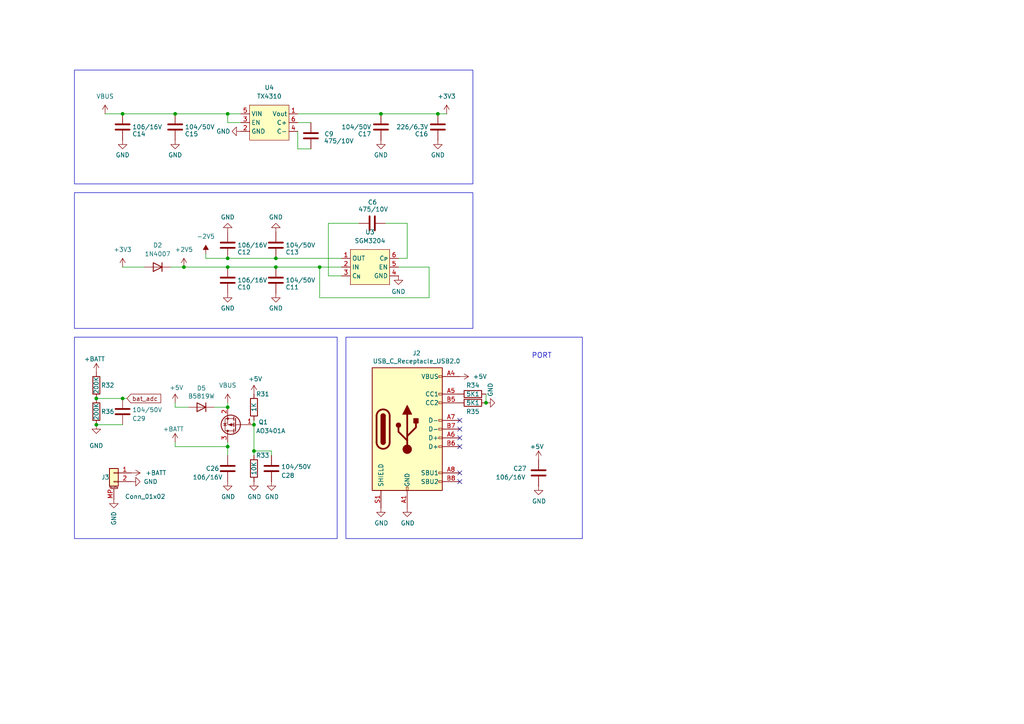
<source format=kicad_sch>
(kicad_sch (version 20231120) (generator "eeschema") (generator_version "8.0")
  (paper "A4")
  (lib_symbols
    (symbol "Connector:USB_C_Receptacle_USB2.0" (pin_names (offset 1.016))
      (property "Reference" "J" (at -10.16 19.05 0))
      (property "Value" "USB_C_Receptacle_USB2.0" (at 19.05 19.05 0))
      (symbol "USB_C_Receptacle_USB2.0_0_0"
        (rectangle (start -0.254 -17.78) (end 0.254 -16.764))
        (rectangle (start 10.16 -14.986) (end 9.144 -15.494))
        (rectangle (start 10.16 -12.446) (end 9.144 -12.954))
        (rectangle (start 10.16 -4.826) (end 9.144 -5.334))
        (rectangle (start 10.16 -2.286) (end 9.144 -2.794))
        (rectangle (start 10.16 0.254) (end 9.144 -0.254))
        (rectangle (start 10.16 2.794) (end 9.144 2.286))
        (rectangle (start 10.16 7.874) (end 9.144 7.366))
        (rectangle (start 10.16 10.414) (end 9.144 9.906))
        (rectangle (start 10.16 15.494) (end 9.144 14.986))
      )
      (symbol "USB_C_Receptacle_USB2.0_0_1"
        (rectangle (start -10.16 17.78) (end 10.16 -17.78) (stroke (width 0.254)) (fill (type background)))
        (arc (start -8.89 -3.81) (mid -6.985 -5.7066) (end -5.08 -3.81) (stroke (width 0.508)))
        (arc (start -7.62 -3.81) (mid -6.985 -4.4422) (end -6.35 -3.81) (stroke (width 0.254)))
        (arc (start -7.62 -3.81) (mid -6.985 -4.4422) (end -6.35 -3.81) (stroke (width 0.254)) (fill (type outline)))
        (rectangle (start -7.62 -3.81) (end -6.35 3.81) (stroke (width 0.254)) (fill (type outline)))
        (arc (start -6.35 3.81) (mid -6.985 4.4422) (end -7.62 3.81) (stroke (width 0.254)))
        (arc (start -6.35 3.81) (mid -6.985 4.4422) (end -7.62 3.81) (stroke (width 0.254)) (fill (type outline)))
        (arc (start -5.08 3.81) (mid -6.985 5.7066) (end -8.89 3.81) (stroke (width 0.508)))
        (circle (center -2.54 1.143) (radius 0.635) (stroke (width 0.254)) (fill (type outline)))
        (circle (center 0 -5.842) (radius 1.27) (fill (type outline)))
        (polyline (pts (xy -8.89 -3.81) (xy -8.89 3.81)) (stroke (width 0.508)))
        (polyline (pts (xy -5.08 3.81) (xy -5.08 -3.81)) (stroke (width 0.508)))
        (polyline (pts (xy 0 -5.842) (xy 0 4.318)) (stroke (width 0.508)))
        (polyline (pts (xy 0 -3.302) (xy -2.54 -0.762) (xy -2.54 0.508)) (stroke (width 0.508)))
        (polyline (pts (xy 0 -2.032) (xy 2.54 0.508) (xy 2.54 1.778)) (stroke (width 0.508)))
        (polyline (pts (xy -1.27 4.318) (xy 0 6.858) (xy 1.27 4.318) (xy -1.27 4.318)) (stroke (width 0.254)) (fill (type outline)))
        (rectangle (start 1.905 1.778) (end 3.175 3.048) (stroke (width 0.254)) (fill (type outline)))
      )
      (symbol "USB_C_Receptacle_USB2.0_1_1"
        (pin passive line (at 0 -22.86 90) (length 5.08) (name "GND") (number "A1"))
        (pin passive line (at 0 -22.86 90) (length 5.08) hide (name "GND") (number "A12"))
        (pin passive line (at 15.24 15.24 180) (length 5.08) (name "VBUS") (number "A4"))
        (pin bidirectional line (at 15.24 10.16 180) (length 5.08) (name "CC1") (number "A5"))
        (pin bidirectional line (at 15.24 -2.54 180) (length 5.08) (name "D+") (number "A6"))
        (pin bidirectional line (at 15.24 2.54 180) (length 5.08) (name "D-") (number "A7"))
        (pin bidirectional line (at 15.24 -12.7 180) (length 5.08) (name "SBU1") (number "A8"))
        (pin passive line (at 15.24 15.24 180) (length 5.08) hide (name "VBUS") (number "A9"))
        (pin passive line (at 0 -22.86 90) (length 5.08) hide (name "GND") (number "B1"))
        (pin passive line (at 0 -22.86 90) (length 5.08) hide (name "GND") (number "B12"))
        (pin passive line (at 15.24 15.24 180) (length 5.08) hide (name "VBUS") (number "B4"))
        (pin bidirectional line (at 15.24 7.62 180) (length 5.08) (name "CC2") (number "B5"))
        (pin bidirectional line (at 15.24 -5.08 180) (length 5.08) (name "D+") (number "B6"))
        (pin bidirectional line (at 15.24 0 180) (length 5.08) (name "D-") (number "B7"))
        (pin bidirectional line (at 15.24 -15.24 180) (length 5.08) (name "SBU2") (number "B8"))
        (pin passive line (at 15.24 15.24 180) (length 5.08) hide (name "VBUS") (number "B9"))
        (pin passive line (at -7.62 -22.86 90) (length 5.08) (name "SHIELD") (number "S1"))
      )
    )
    (symbol "Connector_Generic_MountingPin:Conn_01x02_MountingPin" (pin_names (offset 1.016) hide)
      (property "Reference" "J" (at 0 2.54 0))
      (property "Value" "Conn_01x02_MountingPin" (at 1.27 -5.08 0))
      (symbol "Conn_01x02_MountingPin_1_1"
        (rectangle (start -1.27 -2.413) (end 0 -2.667) (stroke (width 0.1524)))
        (rectangle (start -1.27 0.127) (end 0 -0.127) (stroke (width 0.1524)))
        (rectangle (start -1.27 1.27) (end 1.27 -3.81) (stroke (width 0.254)) (fill (type background)))
        (polyline (pts (xy -1.016 -4.572) (xy 1.016 -4.572)) (stroke (width 0.1524)))
        (text "Mounting" (at 0 -4.191 0) (effects (font (size 0.381 0.381))))
        (pin passive line (at -5.08 0 0) (length 3.81) (name "Pin_1") (number "1"))
        (pin passive line (at -5.08 -2.54 0) (length 3.81) (name "Pin_2") (number "2"))
        (pin passive line (at 0 -7.62 90) (length 3.048) (name "MountPin") (number "MP"))
      )
    )
    (symbol "Device:C" (pin_numbers hide) (pin_names (offset 0.254))
      (property "Reference" "C" (at 0.635 2.54 0))
      (property "Value" "C" (at 0.635 -2.54 0))
      (symbol "C_0_1"
        (polyline (pts (xy -2.032 -0.762) (xy 2.032 -0.762)) (stroke (width 0.508)))
        (polyline (pts (xy -2.032 0.762) (xy 2.032 0.762)) (stroke (width 0.508)))
      )
      (symbol "C_1_1"
        (pin passive line (at 0 3.81 270) (length 2.794) (name "~") (number "1"))
        (pin passive line (at 0 -3.81 90) (length 2.794) (name "~") (number "2"))
      )
    )
    (symbol "Device:D" (pin_numbers hide) (pin_names (offset 1.016) hide)
      (property "Reference" "D" (at 0 2.54 0))
      (property "Value" "D" (at 0 -2.54 0))
      (symbol "D_0_1"
        (polyline (pts (xy -1.27 1.27) (xy -1.27 -1.27)) (stroke (width 0.254)))
        (polyline (pts (xy 1.27 0) (xy -1.27 0)))
        (polyline (pts (xy 1.27 1.27) (xy 1.27 -1.27) (xy -1.27 0) (xy 1.27 1.27)) (stroke (width 0.254)))
      )
      (symbol "D_1_1"
        (pin passive line (at -3.81 0 0) (length 2.54) (name "K") (number "1"))
        (pin passive line (at 3.81 0 180) (length 2.54) (name "A") (number "2"))
      )
    )
    (symbol "Device:R" (pin_numbers hide) (pin_names (offset 0))
      (property "Reference" "R" (at 2.032 0 90))
      (property "Value" "R" (at 0 0 90))
      (symbol "R_0_1"
        (rectangle (start -1.016 -2.54) (end 1.016 2.54) (stroke (width 0.254)))
      )
      (symbol "R_1_1"
        (pin passive line (at 0 3.81 270) (length 1.27) (name "~") (number "1"))
        (pin passive line (at 0 -3.81 90) (length 1.27) (name "~") (number "2"))
      )
    )
    (symbol "Diode:1N4007" (pin_numbers hide) (pin_names hide)
      (property "Reference" "D" (at 0 2.54 0))
      (property "Value" "1N4007" (at 0 -2.54 0))
      (symbol "1N4007_0_1"
        (polyline (pts (xy -1.27 1.27) (xy -1.27 -1.27)) (stroke (width 0.254)))
        (polyline (pts (xy 1.27 0) (xy -1.27 0)))
        (polyline (pts (xy 1.27 1.27) (xy 1.27 -1.27) (xy -1.27 0) (xy 1.27 1.27)) (stroke (width 0.254)))
      )
      (symbol "1N4007_1_1"
        (pin passive line (at -3.81 0 0) (length 2.54) (name "K") (number "1"))
        (pin passive line (at 3.81 0 180) (length 2.54) (name "A") (number "2"))
      )
    )
    (symbol "NewLib:SGM3110"
      (property "Reference" "U" (at 2.54 3.81 0))
      (property "Value" "SGM3110" (at 10.16 3.81 0))
      (symbol "SGM3110_1_1"
        (rectangle (start 2.54 2.54) (end 13.97 -7.62) (fill (type background)))
        (pin passive line (at 16.51 0 180) (length 2.54) (name "Vout") (number "1"))
        (pin passive line (at 0 -5.08 0) (length 2.54) (name "GND") (number "2"))
        (pin passive line (at 0 -2.54 0) (length 2.54) (name "EN") (number "3"))
        (pin passive line (at 16.51 -5.08 180) (length 2.54) (name "C-") (number "4"))
        (pin passive line (at 0 0 0) (length 2.54) (name "VIN") (number "5"))
        (pin passive line (at 16.51 -2.54 180) (length 2.54) (name "C+") (number "6"))
      )
    )
    (symbol "NewLib:SGM3204"
      (property "Reference" "U" (at 7.62 6.35 0))
      (property "Value" "SGM3204" (at 6.35 3.81 0))
      (symbol "SGM3204_0_1"
        (rectangle (start 2.54 -7.62) (end 13.97 2.54) (stroke (width 0.1524)) (fill (type background)))
      )
      (symbol "SGM3204_1_1"
        (pin passive line (at 0 0 0) (length 2.54) (name "OUT") (number "1"))
        (pin passive line (at 0 -2.54 0) (length 2.54) (name "IN") (number "2"))
        (pin passive line (at 0 -5.08 0) (length 2.54) (name "C_{N}") (number "3"))
        (pin passive line (at 16.51 -5.08 180) (length 2.54) (name "GND") (number "4"))
        (pin passive line (at 16.51 -2.54 180) (length 2.54) (name "EN") (number "5"))
        (pin passive line (at 16.51 0 180) (length 2.54) (name "C_{P}") (number "6"))
      )
    )
    (symbol "Transistor_FET:AO3401A" (pin_names hide)
      (property "Reference" "Q" (at 5.08 1.905 0))
      (property "Value" "AO3401A" (at 5.08 0 0))
      (symbol "AO3401A_0_1"
        (polyline (pts (xy 0.254 0) (xy -2.54 0)))
        (polyline (pts (xy 0.254 1.905) (xy 0.254 -1.905)) (stroke (width 0.254)))
        (polyline (pts (xy 0.762 -1.27) (xy 0.762 -2.286)) (stroke (width 0.254)))
        (polyline (pts (xy 0.762 0.508) (xy 0.762 -0.508)) (stroke (width 0.254)))
        (polyline (pts (xy 0.762 2.286) (xy 0.762 1.27)) (stroke (width 0.254)))
        (polyline (pts (xy 2.54 2.54) (xy 2.54 1.778)))
        (polyline (pts (xy 2.54 -2.54) (xy 2.54 0) (xy 0.762 0)))
        (polyline (pts (xy 0.762 1.778) (xy 3.302 1.778) (xy 3.302 -1.778) (xy 0.762 -1.778)))
        (polyline (pts (xy 2.286 0) (xy 1.27 0.381) (xy 1.27 -0.381) (xy 2.286 0)) (fill (type outline)))
        (polyline (pts (xy 2.794 -0.508) (xy 2.921 -0.381) (xy 3.683 -0.381) (xy 3.81 -0.254)))
        (polyline (pts (xy 3.302 -0.381) (xy 2.921 0.254) (xy 3.683 0.254) (xy 3.302 -0.381)))
        (circle (center 1.651 0) (radius 2.794) (stroke (width 0.254)))
        (circle (center 2.54 -1.778) (radius 0.254) (fill (type outline)))
        (circle (center 2.54 1.778) (radius 0.254) (fill (type outline)))
      )
      (symbol "AO3401A_1_1"
        (pin input line (at -5.08 0 0) (length 2.54) (name "G") (number "1"))
        (pin passive line (at 2.54 -5.08 90) (length 2.54) (name "S") (number "2"))
        (pin passive line (at 2.54 5.08 270) (length 2.54) (name "D") (number "3"))
      )
    )
    (symbol "power:+2V5" (power) (pin_numbers hide) (pin_names (offset 0) hide)
      (property "Value" "+2V5" (at 0 3.556 0))
      (symbol "+2V5_0_1"
        (polyline (pts (xy -0.762 1.27) (xy 0 2.54)))
        (polyline (pts (xy 0 0) (xy 0 2.54)))
        (polyline (pts (xy 0 2.54) (xy 0.762 1.27)))
      )
      (symbol "+2V5_1_1"
        (pin power_in line (at 0 0 90) (length 0) (name "~") (number "1"))
      )
    )
    (symbol "power:+3V3" (power) (pin_numbers hide) (pin_names (offset 0) hide)
      (property "Value" "+3V3" (at 0 3.556 0))
      (symbol "+3V3_0_1"
        (polyline (pts (xy -0.762 1.27) (xy 0 2.54)))
        (polyline (pts (xy 0 0) (xy 0 2.54)))
        (polyline (pts (xy 0 2.54) (xy 0.762 1.27)))
      )
      (symbol "+3V3_1_1"
        (pin power_in line (at 0 0 90) (length 0) (name "~") (number "1"))
      )
    )
    (symbol "power:+5V" (power) (pin_names (offset 0))
      (property "Value" "+5V" (at 0 3.556 0))
      (symbol "+5V_0_1"
        (polyline (pts (xy -0.762 1.27) (xy 0 2.54)))
        (polyline (pts (xy 0 0) (xy 0 2.54)))
        (polyline (pts (xy 0 2.54) (xy 0.762 1.27)))
      )
      (symbol "+5V_1_1"
        (pin power_in line (at 0 0 90) (length 0) hide (name "+5V") (number "1"))
      )
    )
    (symbol "power:+BATT" (power) (pin_names (offset 0))
      (property "Value" "+BATT" (at 0 3.556 0))
      (symbol "+BATT_0_1"
        (polyline (pts (xy -0.762 1.27) (xy 0 2.54)))
        (polyline (pts (xy 0 0) (xy 0 2.54)))
        (polyline (pts (xy 0 2.54) (xy 0.762 1.27)))
      )
      (symbol "+BATT_1_1"
        (pin power_in line (at 0 0 90) (length 0) hide (name "+BATT") (number "1"))
      )
    )
    (symbol "power:-2V5" (power) (pin_numbers hide) (pin_names (offset 0) hide)
      (property "Value" "-2V5" (at 0 3.556 0))
      (symbol "-2V5_0_0"
        (pin power_in line (at 0 0 90) (length 0) (name "~") (number "1"))
      )
      (symbol "-2V5_0_1"
        (polyline (pts (xy 0 0) (xy 0 1.27) (xy 0.762 1.27) (xy 0 2.54) (xy -0.762 1.27) (xy 0 1.27)) (fill (type outline)))
      )
    )
    (symbol "power:GND" (power) (pin_numbers hide) (pin_names (offset 0) hide)
      (property "Value" "GND" (at 0 -3.81 0))
      (symbol "GND_0_1"
        (polyline (pts (xy 0 0) (xy 0 -1.27) (xy 1.27 -1.27) (xy 0 -2.54) (xy -1.27 -1.27) (xy 0 -1.27)))
      )
      (symbol "GND_1_1"
        (pin power_in line (at 0 0 270) (length 0) (name "~") (number "1"))
      )
    )
    (symbol "power:VBUS" (power) (pin_numbers hide) (pin_names (offset 0) hide)
      (property "Value" "VBUS" (at 0 3.556 0))
      (symbol "VBUS_0_1"
        (polyline (pts (xy -0.762 1.27) (xy 0 2.54)))
        (polyline (pts (xy 0 0) (xy 0 2.54)))
        (polyline (pts (xy 0 2.54) (xy 0.762 1.27)))
      )
      (symbol "VBUS_1_1"
        (pin power_in line (at 0 0 90) (length 0) (name "~") (number "1"))
      )
    )
  )
  (junction (at 66.04 77.47))
  (junction (at 35.56 115.57))
  (junction (at 110.49 33.02))
  (junction (at 50.8 33.02))
  (junction (at 66.04 118.11))
  (junction (at 73.66 123.19))
  (junction (at 80.01 74.93))
  (junction (at 66.04 129.54))
  (junction (at 92.71 77.47))
  (junction (at 27.94 123.19))
  (junction (at 140.97 116.84))
  (junction (at 53.34 77.47))
  (junction (at 27.94 115.57))
  (junction (at 127 33.02))
  (junction (at 80.01 77.47))
  (junction (at 66.04 33.02))
  (junction (at 73.66 130.81))
  (junction (at 35.56 33.02))
  (junction (at 66.04 74.93))
  (no_connect (at 133.35 139.7))
  (no_connect (at 133.35 121.92))
  (no_connect (at 133.35 127))
  (no_connect (at 133.35 129.54))
  (no_connect (at 133.35 137.16))
  (no_connect (at 133.35 124.46))
  (wire (pts (xy 69.85 35.56) (xy 66.04 35.56)))
  (wire (pts (xy 27.94 123.19) (xy 35.56 123.19)))
  (wire (pts (xy 95.25 80.01) (xy 99.06 80.01)))
  (wire (pts (xy 30.48 33.02) (xy 35.56 33.02)))
  (wire (pts (xy 124.46 86.36) (xy 92.71 86.36)))
  (wire (pts (xy 92.71 77.47) (xy 99.06 77.47)))
  (wire (pts (xy 50.8 116.84) (xy 50.8 118.11)))
  (wire (pts (xy 95.25 64.77) (xy 95.25 80.01)))
  (wire (pts (xy 115.57 77.47) (xy 124.46 77.47)))
  (wire (pts (xy 35.56 77.47) (xy 41.91 77.47)))
  (wire (pts (xy 50.8 33.02) (xy 66.04 33.02)))
  (wire (pts (xy 35.56 33.02) (xy 50.8 33.02)))
  (wire (pts (xy 86.36 38.1) (xy 86.36 43.18)))
  (wire (pts (xy 66.04 129.54) (xy 66.04 132.08)))
  (wire (pts (xy 53.34 77.47) (xy 66.04 77.47)))
  (wire (pts (xy 62.23 118.11) (xy 66.04 118.11)))
  (wire (pts (xy 78.74 132.08) (xy 78.74 130.81)))
  (wire (pts (xy 80.01 77.47) (xy 92.71 77.47)))
  (wire (pts (xy 59.69 73.66) (xy 59.69 74.93)))
  (wire (pts (xy 110.49 33.02) (xy 127 33.02)))
  (wire (pts (xy 50.8 128.27) (xy 50.8 129.54)))
  (wire (pts (xy 66.04 128.27) (xy 66.04 129.54)))
  (wire (pts (xy 35.56 115.57) (xy 36.83 115.57)))
  (wire (pts (xy 27.94 115.57) (xy 35.56 115.57)))
  (wire (pts (xy 73.66 121.92) (xy 73.66 123.19)))
  (wire (pts (xy 92.71 86.36) (xy 92.71 77.47)))
  (wire (pts (xy 140.97 116.84) (xy 140.97 114.3)))
  (wire (pts (xy 66.04 33.02) (xy 69.85 33.02)))
  (wire (pts (xy 118.11 74.93) (xy 115.57 74.93)))
  (wire (pts (xy 49.53 77.47) (xy 53.34 77.47)))
  (wire (pts (xy 127 33.02) (xy 129.54 33.02)))
  (wire (pts (xy 59.69 74.93) (xy 66.04 74.93)))
  (wire (pts (xy 80.01 74.93) (xy 99.06 74.93)))
  (wire (pts (xy 50.8 129.54) (xy 66.04 129.54)))
  (wire (pts (xy 124.46 77.47) (xy 124.46 86.36)))
  (wire (pts (xy 50.8 118.11) (xy 54.61 118.11)))
  (wire (pts (xy 73.66 130.81) (xy 73.66 123.19)))
  (wire (pts (xy 73.66 132.08) (xy 73.66 130.81)))
  (wire (pts (xy 111.76 64.77) (xy 118.11 64.77)))
  (wire (pts (xy 66.04 35.56) (xy 66.04 33.02)))
  (wire (pts (xy 78.74 130.81) (xy 73.66 130.81)))
  (wire (pts (xy 86.36 43.18) (xy 90.17 43.18)))
  (wire (pts (xy 86.36 35.56) (xy 90.17 35.56)))
  (wire (pts (xy 66.04 77.47) (xy 80.01 77.47)))
  (wire (pts (xy 66.04 74.93) (xy 80.01 74.93)))
  (wire (pts (xy 66.04 118.11) (xy 66.04 116.84)))
  (wire (pts (xy 86.36 33.02) (xy 110.49 33.02)))
  (wire (pts (xy 104.14 64.77) (xy 95.25 64.77)))
  (wire (pts (xy 118.11 64.77) (xy 118.11 74.93)))
  (rectangle (start 21.59 20.32) (end 137.16 53.34))
  (rectangle (start 100.33 97.79) (end 168.91 156.21))
  (rectangle (start 21.59 55.88) (end 137.16 95.25))
  (rectangle (start 21.59 97.79) (end 97.79 156.21))
  (text "PORT" (at 154.178 104.14 0) (effects (font (size 1.5 1.5)) (justify left bottom)))
  (global_label "bat_adc" (shape input) (at 36.83 115.57 0) (property "Intersheetrefs" "${INTERSHEET_REFS}" (effects (hide yes))))
  (symbol (lib_id "Device:C") (at 66.04 71.12 0) (unit 1)
    (property "Reference" "C12" (at 68.834 73.152 0) (effects (justify left)))
    (property "Value" "106/16V" (at 68.834 71.12 0) (effects (justify left)))
    (property "Footprint" "Capacitor_SMD:C_0603_1608Metric" (effects (hide yes)))
    (property "Description" "Unpolarized capacitor" (effects (hide yes)))
  )
  (symbol (lib_id "Device:C") (at 35.56 119.38 0) (unit 1)
    (property "Reference" "C29" (at 38.354 121.412 0) (effects (justify left)))
    (property "Value" "104/50V" (at 38.354 118.872 0) (effects (justify left)))
    (property "Footprint" "Capacitor_SMD:C_0402_1005Metric" (effects (hide yes)))
  )
  (symbol (lib_id "Device:C") (at 127 36.83 0) (mirror y) (unit 1)
    (property "Reference" "C16" (at 124.206 38.862 0) (effects (justify left)))
    (property "Value" "226/6.3V" (at 124.206 36.83 0) (effects (justify left)))
    (property "Footprint" "Capacitor_SMD:C_0603_1608Metric" (effects (hide yes)))
    (property "Description" "Unpolarized capacitor" (effects (hide yes)))
  )
  (symbol (lib_id "Device:R") (at 27.94 111.76 180) (unit 1)
    (property "Reference" "R32" (at 31.242 111.76 0))
    (property "Value" "200K" (at 27.94 111.76 90))
    (property "Footprint" "Resistor_SMD:R_0402_1005Metric" (effects (hide yes)))
  )
  (symbol (lib_id "power:+BATT") (at 38.1 137.16 270) (mirror x) (unit 1)
    (property "Reference" "#PWR060" (effects (hide yes)))
    (property "Value" "+BATT" (at 48.26 137.16 90) (effects (justify right)))
  )
  (symbol (lib_id "Device:C") (at 35.56 36.83 0) (unit 1)
    (property "Reference" "C14" (at 38.354 38.862 0) (effects (justify left)))
    (property "Value" "106/16V" (at 38.354 36.83 0) (effects (justify left)))
    (property "Footprint" "Capacitor_SMD:C_0603_1608Metric" (effects (hide yes)))
    (property "Description" "Unpolarized capacitor" (effects (hide yes)))
  )
  (symbol (lib_id "Device:R") (at 73.66 118.11 180) (unit 1)
    (property "Reference" "R31" (at 76.2 114.3 0))
    (property "Value" "1K" (at 73.66 118.11 90))
    (property "Footprint" "Resistor_SMD:R_0402_1005Metric" (effects (hide yes)))
  )
  (symbol (lib_id "Device:R") (at 137.16 116.84 270) (unit 1)
    (property "Reference" "R35" (at 137.16 119.38 90))
    (property "Value" "5K1" (at 137.16 116.84 90))
    (property "Footprint" "Resistor_SMD:R_0402_1005Metric" (effects (hide yes)))
  )
  (symbol (lib_id "power:+5V") (at 50.8 116.84 0) (unit 1)
    (property "Reference" "#PWR050" (effects (hide yes)))
    (property "Value" "+5V" (at 51.181 112.4458 0))
  )
  (symbol (lib_id "Device:C") (at 156.21 137.16 0) (unit 1)
    (property "Reference" "C27" (at 148.844 135.89 0) (effects (justify left)))
    (property "Value" "106/16V" (at 143.764 138.43 0) (effects (justify left)))
    (property "Footprint" "Capacitor_SMD:C_0603_1608Metric" (effects (hide yes)))
  )
  (symbol (lib_id "power:GND") (at 27.94 123.19 0) (mirror y) (unit 1)
    (property "Reference" "#PWR070" (effects (hide yes)))
    (property "Value" "GND" (at 29.972 129.286 0) (effects (justify left)))
  )
  (symbol (lib_id "power:+5V") (at 133.35 109.22 270) (unit 1)
    (property "Reference" "#PWR058" (effects (hide yes)))
    (property "Value" "+5V" (at 137.16 109.22 90) (effects (justify left)))
  )
  (symbol (lib_id "power:GND") (at 110.49 40.64 0) (mirror y) (unit 1)
    (property "Reference" "#PWR027" (effects (hide yes)))
    (property "Value" "GND" (at 110.49 44.958 0))
    (property "Description" "Power symbol creates a global label with name \"GND\" , ground" (effects (hide yes)))
  )
  (symbol (lib_id "power:+BATT") (at 50.8 128.27 0) (unit 1)
    (property "Reference" "#PWR055" (effects (hide yes)))
    (property "Value" "+BATT" (at 53.34 124.46 0) (effects (justify right)))
  )
  (symbol (lib_id "Connector_Generic_MountingPin:Conn_01x02_MountingPin") (at 33.02 137.16 0) (mirror y) (unit 1)
    (property "Reference" "J3" (at 31.75 138.43 0) (effects (justify left)))
    (property "Value" "Conn_01x02" (at 48.006 144.018 0) (effects (justify left)))
    (property "Footprint" "Connector_JST:JST_PH_S2B-PH-SM4-TB_1x02-1MP_P2.00mm_Horizontal" (effects (hide yes)))
    (property "Description" "Generic connectable mounting pin connector, single row, 01x02, script generated (kicad-library-utils/schlib/autogen/connector/)" (effects (hide yes)))
  )
  (symbol (lib_id "power:GND") (at 110.49 147.32 0) (unit 1)
    (property "Reference" "#PWR056" (effects (hide yes)))
    (property "Value" "GND" (at 110.617 151.7142 0))
  )
  (symbol (lib_id "power:GND") (at 50.8 40.64 0) (unit 1)
    (property "Reference" "#PWR025" (effects (hide yes)))
    (property "Value" "GND" (at 50.8 44.958 0))
    (property "Description" "Power symbol creates a global label with name \"GND\" , ground" (effects (hide yes)))
  )
  (symbol (lib_id "power:GND") (at 115.57 80.01 0) (unit 1)
    (property "Reference" "#PWR013" (effects (hide yes)))
    (property "Value" "GND" (at 115.57 84.582 0))
    (property "Description" "Power symbol creates a global label with name \"GND\" , ground" (effects (hide yes)))
  )
  (symbol (lib_id "power:GND") (at 66.04 85.09 0) (unit 1)
    (property "Reference" "#PWR018" (effects (hide yes)))
    (property "Value" "GND" (at 66.04 89.408 0))
    (property "Description" "Power symbol creates a global label with name \"GND\" , ground" (effects (hide yes)))
  )
  (symbol (lib_id "power:+5V") (at 73.66 114.3 0) (unit 1)
    (property "Reference" "#PWR053" (effects (hide yes)))
    (property "Value" "+5V" (at 74.041 109.9058 0))
  )
  (symbol (lib_id "power:VBUS") (at 66.04 116.84 0) (unit 1)
    (property "Reference" "#PWR064" (effects (hide yes)))
    (property "Value" "VBUS" (at 66.04 111.76 0))
    (property "Description" "Power symbol creates a global label with name \"VBUS\"" (effects (hide yes)))
  )
  (symbol (lib_id "Device:C") (at 90.17 39.37 0) (mirror y) (unit 1)
    (property "Reference" "C9" (at 96.774 38.862 0) (effects (justify left)))
    (property "Value" "475/10V" (at 102.616 40.894 0) (effects (justify left)))
    (property "Footprint" "Capacitor_SMD:C_0603_1608Metric" (effects (hide yes)))
    (property "Description" "Unpolarized capacitor" (effects (hide yes)))
  )
  (symbol (lib_id "power:GND") (at 80.01 67.31 180) (unit 1)
    (property "Reference" "#PWR020" (effects (hide yes)))
    (property "Value" "GND" (at 80.01 62.992 0))
    (property "Description" "Power symbol creates a global label with name \"GND\" , ground" (effects (hide yes)))
  )
  (symbol (lib_id "Transistor_FET:AO3401A") (at 68.58 123.19 180) (unit 1)
    (property "Reference" "Q1" (at 77.724 122.428 0) (effects (justify left)))
    (property "Value" "AO3401A" (at 82.804 124.968 0) (effects (justify left)))
    (property "Footprint" "Package_TO_SOT_SMD:SOT-23" (effects (hide yes)))
    (property "Datasheet" "http://www.aosmd.com/pdfs/datasheet/AO3401A.pdf" (effects (hide yes)))
  )
  (symbol (lib_id "power:GND") (at 80.01 85.09 0) (unit 1)
    (property "Reference" "#PWR019" (effects (hide yes)))
    (property "Value" "GND" (at 80.01 89.408 0))
    (property "Description" "Power symbol creates a global label with name \"GND\" , ground" (effects (hide yes)))
  )
  (symbol (lib_id "power:+3V3") (at 35.56 77.47 0) (unit 1)
    (property "Reference" "#PWR011" (effects (hide yes)))
    (property "Value" "+3V3" (at 35.56 72.39 0))
    (property "Description" "Power symbol creates a global label with name \"+3V3\"" (effects (hide yes)))
  )
  (symbol (lib_id "Device:D") (at 58.42 118.11 180) (unit 1)
    (property "Reference" "D5" (at 58.42 112.5982 0))
    (property "Value" "B5819W" (at 58.42 114.9096 0))
    (property "Footprint" "Diode_SMD:D_SOD-123" (effects (hide yes)))
  )
  (symbol (lib_id "Device:C") (at 80.01 71.12 0) (unit 1)
    (property "Reference" "C13" (at 82.804 73.152 0) (effects (justify left)))
    (property "Value" "104/50V" (at 82.804 71.12 0) (effects (justify left)))
    (property "Footprint" "Capacitor_SMD:C_0402_1005Metric" (effects (hide yes)))
    (property "Description" "Unpolarized capacitor" (effects (hide yes)))
  )
  (symbol (lib_id "power:+3V3") (at 129.54 33.02 0) (unit 1)
    (property "Reference" "#PWR016" (effects (hide yes)))
    (property "Value" "+3V3" (at 129.54 27.94 0))
    (property "Description" "Power symbol creates a global label with name \"+3V3\"" (effects (hide yes)))
  )
  (symbol (lib_id "power:GND") (at 156.21 140.97 0) (unit 1)
    (property "Reference" "#PWR063" (effects (hide yes)))
    (property "Value" "GND" (at 156.337 145.3642 0))
  )
  (symbol (lib_id "NewLib:SGM3204") (at 99.06 74.93 0) (unit 1)
    (property "Reference" "U3" (at 107.315 67.31 0))
    (property "Value" "SGM3204" (at 107.315 69.85 0))
    (property "Footprint" "Package_TO_SOT_SMD:SOT-23-6" (effects (hide yes)))
    (property "Description" "负压电荷泵" (effects (hide yes)))
  )
  (symbol (lib_id "Device:C") (at 110.49 36.83 0) (mirror y) (unit 1)
    (property "Reference" "C17" (at 107.696 38.862 0) (effects (justify left)))
    (property "Value" "104/50V" (at 107.696 36.83 0) (effects (justify left)))
    (property "Footprint" "Capacitor_SMD:C_0402_1005Metric" (effects (hide yes)))
    (property "Description" "Unpolarized capacitor" (effects (hide yes)))
  )
  (symbol (lib_id "Device:C") (at 78.74 135.89 0) (unit 1)
    (property "Reference" "C28" (at 81.534 137.922 0) (effects (justify left)))
    (property "Value" "104/50V" (at 81.534 135.382 0) (effects (justify left)))
    (property "Footprint" "Capacitor_SMD:C_0402_1005Metric" (effects (hide yes)))
  )
  (symbol (lib_id "power:GND") (at 118.11 147.32 0) (unit 1)
    (property "Reference" "#PWR057" (effects (hide yes)))
    (property "Value" "GND" (at 118.237 151.7142 0))
  )
  (symbol (lib_id "power:+5V") (at 156.21 133.35 0) (unit 1)
    (property "Reference" "#PWR062" (effects (hide yes)))
    (property "Value" "+5V" (at 153.67 129.54 0) (effects (justify left)))
  )
  (symbol (lib_id "Device:R") (at 73.66 135.89 180) (unit 1)
    (property "Reference" "R33" (at 76.2 132.08 0))
    (property "Value" "10K" (at 73.66 135.89 90))
    (property "Footprint" "Resistor_SMD:R_0402_1005Metric" (effects (hide yes)))
  )
  (symbol (lib_id "Device:C") (at 107.95 64.77 270) (unit 1)
    (property "Reference" "C6" (at 106.68 58.674 90) (effects (justify left)))
    (property "Value" "475/10V" (at 103.886 60.706 90) (effects (justify left)))
    (property "Footprint" "Capacitor_SMD:C_0603_1608Metric" (effects (hide yes)))
    (property "Description" "Unpolarized capacitor" (effects (hide yes)))
  )
  (symbol (lib_id "power:GND") (at 78.74 139.7 0) (unit 1)
    (property "Reference" "#PWR065" (effects (hide yes)))
    (property "Value" "GND" (at 78.867 144.0942 0))
  )
  (symbol (lib_id "Device:R") (at 137.16 114.3 270) (unit 1)
    (property "Reference" "R34" (at 137.16 111.76 90))
    (property "Value" "5K1" (at 137.16 114.3 90))
    (property "Footprint" "Resistor_SMD:R_0402_1005Metric" (effects (hide yes)))
  )
  (symbol (lib_id "power:GND") (at 140.97 116.84 90) (unit 1)
    (property "Reference" "#PWR059" (effects (hide yes)))
    (property "Value" "GND" (at 142.24 113.03 0))
  )
  (symbol (lib_id "Device:C") (at 50.8 36.83 0) (unit 1)
    (property "Reference" "C15" (at 53.594 38.862 0) (effects (justify left)))
    (property "Value" "104/50V" (at 53.594 36.83 0) (effects (justify left)))
    (property "Footprint" "Capacitor_SMD:C_0402_1005Metric" (effects (hide yes)))
    (property "Description" "Unpolarized capacitor" (effects (hide yes)))
  )
  (symbol (lib_id "power:GND") (at 66.04 139.7 0) (unit 1)
    (property "Reference" "#PWR052" (effects (hide yes)))
    (property "Value" "GND" (at 66.167 144.0942 0))
  )
  (symbol (lib_id "NewLib:SGM3110") (at 69.85 33.02 0) (unit 1)
    (property "Reference" "U4" (at 78.105 25.4 0))
    (property "Value" "TX4310" (at 78.105 27.94 0))
    (property "Footprint" "Package_TO_SOT_SMD:SOT-23-6" (effects (hide yes)))
    (property "Description" "电荷泵 2.7-5V to 5V" (effects (hide yes)))
  )
  (symbol (lib_id "power:GND") (at 38.1 139.7 90) (mirror x) (unit 1)
    (property "Reference" "#PWR061" (effects (hide yes)))
    (property "Value" "GND" (at 45.72 139.7 90) (effects (justify left)))
  )
  (symbol (lib_id "Device:C") (at 66.04 135.89 0) (unit 1)
    (property "Reference" "C26" (at 59.69 135.89 0) (effects (justify left)))
    (property "Value" "106/16V" (at 55.88 138.43 0) (effects (justify left)))
    (property "Footprint" "Capacitor_SMD:C_0603_1608Metric" (effects (hide yes)))
  )
  (symbol (lib_id "power:VBUS") (at 30.48 33.02 0) (unit 1)
    (property "Reference" "#PWR023" (effects (hide yes)))
    (property "Value" "VBUS" (at 30.48 27.94 0))
    (property "Description" "Power symbol creates a global label with name \"VBUS\"" (effects (hide yes)))
  )
  (symbol (lib_id "power:GND") (at 66.04 67.31 180) (unit 1)
    (property "Reference" "#PWR021" (effects (hide yes)))
    (property "Value" "GND" (at 66.04 62.992 0))
    (property "Description" "Power symbol creates a global label with name \"GND\" , ground" (effects (hide yes)))
  )
  (symbol (lib_id "power:GND") (at 35.56 40.64 0) (unit 1)
    (property "Reference" "#PWR024" (effects (hide yes)))
    (property "Value" "GND" (at 35.56 44.958 0))
    (property "Description" "Power symbol creates a global label with name \"GND\" , ground" (effects (hide yes)))
  )
  (symbol (lib_id "Device:C") (at 66.04 81.28 0) (unit 1)
    (property "Reference" "C10" (at 68.834 83.312 0) (effects (justify left)))
    (property "Value" "106/16V" (at 68.834 81.28 0) (effects (justify left)))
    (property "Footprint" "Capacitor_SMD:C_0603_1608Metric" (effects (hide yes)))
    (property "Description" "Unpolarized capacitor" (effects (hide yes)))
  )
  (symbol (lib_id "power:-2V5") (at 59.69 73.66 0) (mirror y) (unit 1)
    (property "Reference" "#PWR022" (effects (hide yes)))
    (property "Value" "-2V5" (at 59.69 68.58 0))
    (property "Description" "Power symbol creates a global label with name \"-2V5\"" (effects (hide yes)))
  )
  (symbol (lib_id "power:GND") (at 73.66 139.7 0) (unit 1)
    (property "Reference" "#PWR054" (effects (hide yes)))
    (property "Value" "GND" (at 73.787 144.0942 0))
  )
  (symbol (lib_id "power:GND") (at 69.85 38.1 270) (unit 1)
    (property "Reference" "#PWR012" (effects (hide yes)))
    (property "Value" "GND" (at 64.77 38.1 90))
    (property "Description" "Power symbol creates a global label with name \"GND\" , ground" (effects (hide yes)))
  )
  (symbol (lib_id "power:GND") (at 33.02 144.78 0) (mirror y) (unit 1)
    (property "Reference" "#PWR048" (effects (hide yes)))
    (property "Value" "GND" (at 33.02 152.4 90) (effects (justify left)))
  )
  (symbol (lib_id "Device:R") (at 27.94 119.38 180) (unit 1)
    (property "Reference" "R36" (at 31.242 119.38 0))
    (property "Value" "200K" (at 27.94 119.38 90))
    (property "Footprint" "Resistor_SMD:R_0402_1005Metric" (effects (hide yes)))
  )
  (symbol (lib_id "power:+2V5") (at 53.34 77.47 0) (unit 1)
    (property "Reference" "#PWR017" (effects (hide yes)))
    (property "Value" "+2V5" (at 53.34 72.39 0))
    (property "Description" "Power symbol creates a global label with name \"+2V5\"" (effects (hide yes)))
  )
  (symbol (lib_id "Device:C") (at 80.01 81.28 0) (unit 1)
    (property "Reference" "C11" (at 82.804 83.312 0) (effects (justify left)))
    (property "Value" "104/50V" (at 82.804 81.28 0) (effects (justify left)))
    (property "Footprint" "Capacitor_SMD:C_0402_1005Metric" (effects (hide yes)))
    (property "Description" "Unpolarized capacitor" (effects (hide yes)))
  )
  (symbol (lib_id "power:GND") (at 127 40.64 0) (mirror y) (unit 1)
    (property "Reference" "#PWR026" (effects (hide yes)))
    (property "Value" "GND" (at 127 44.958 0))
    (property "Description" "Power symbol creates a global label with name \"GND\" , ground" (effects (hide yes)))
  )
  (symbol (lib_id "power:+BATT") (at 27.94 107.95 0) (unit 1)
    (property "Reference" "#PWR069" (effects (hide yes)))
    (property "Value" "+BATT" (at 30.48 104.14 0) (effects (justify right)))
  )
  (symbol (lib_id "Connector:USB_C_Receptacle_USB2.0") (at 118.11 124.46 0) (unit 1)
    (property "Reference" "J2" (at 120.8278 102.4382 0))
    (property "Value" "USB_C_Receptacle_USB2.0" (at 120.8278 104.7496 0))
    (property "Footprint" "Connector_USB:USB_C_Receptacle_HRO_TYPE-C-31-M-12" (effects (hide yes)))
    (property "Datasheet" "https://www.usb.org/sites/default/files/documents/usb_type-c.zip" (effects (hide yes)))
  )
  (symbol (lib_id "Diode:1N4007") (at 45.72 77.47 180) (unit 1)
    (property "Reference" "D2" (at 45.72 71.12 0))
    (property "Value" "1N4007" (at 45.72 73.66 0))
    (property "Footprint" "Diode_SMD:D_SOD-323_HandSoldering" (effects (hide yes)))
    (property "Datasheet" "http://www.vishay.com/docs/88503/1n4001.pdf" (effects (hide yes)))
    (property "Description" "1000V 1A General Purpose Rectifier Diode, DO-41" (effects (hide yes)))
    (property "Sim.Device" "D" (effects (hide yes)))
    (property "Sim.Pins" "1=K 2=A" (effects (hide yes)))
  )
)
</source>
